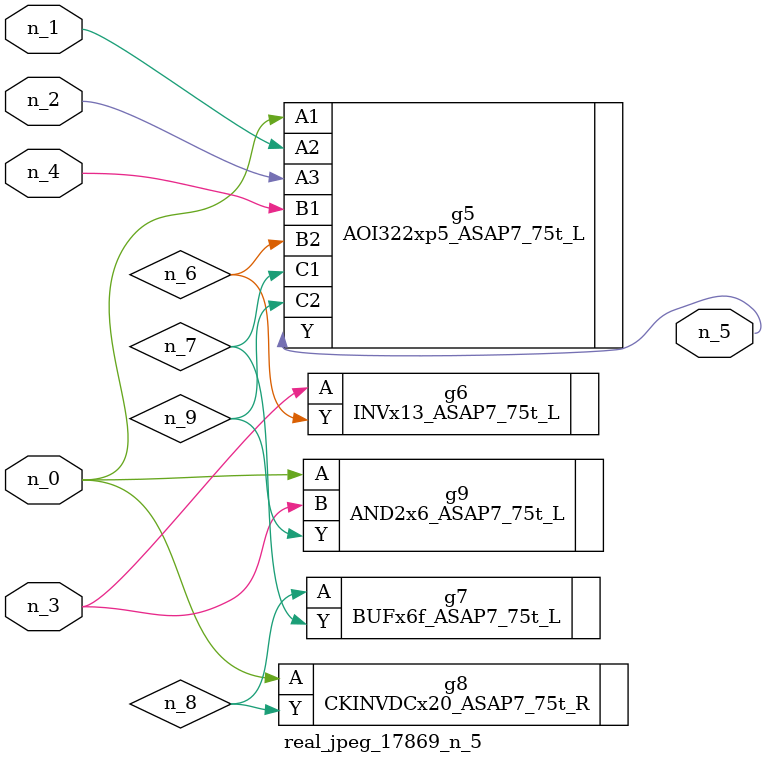
<source format=v>
module real_jpeg_17869_n_5 (n_4, n_0, n_1, n_2, n_3, n_5);

input n_4;
input n_0;
input n_1;
input n_2;
input n_3;

output n_5;

wire n_8;
wire n_6;
wire n_7;
wire n_9;

AOI322xp5_ASAP7_75t_L g5 ( 
.A1(n_0),
.A2(n_1),
.A3(n_2),
.B1(n_4),
.B2(n_6),
.C1(n_7),
.C2(n_9),
.Y(n_5)
);

CKINVDCx20_ASAP7_75t_R g8 ( 
.A(n_0),
.Y(n_8)
);

AND2x6_ASAP7_75t_L g9 ( 
.A(n_0),
.B(n_3),
.Y(n_9)
);

INVx13_ASAP7_75t_L g6 ( 
.A(n_3),
.Y(n_6)
);

BUFx6f_ASAP7_75t_L g7 ( 
.A(n_8),
.Y(n_7)
);


endmodule
</source>
